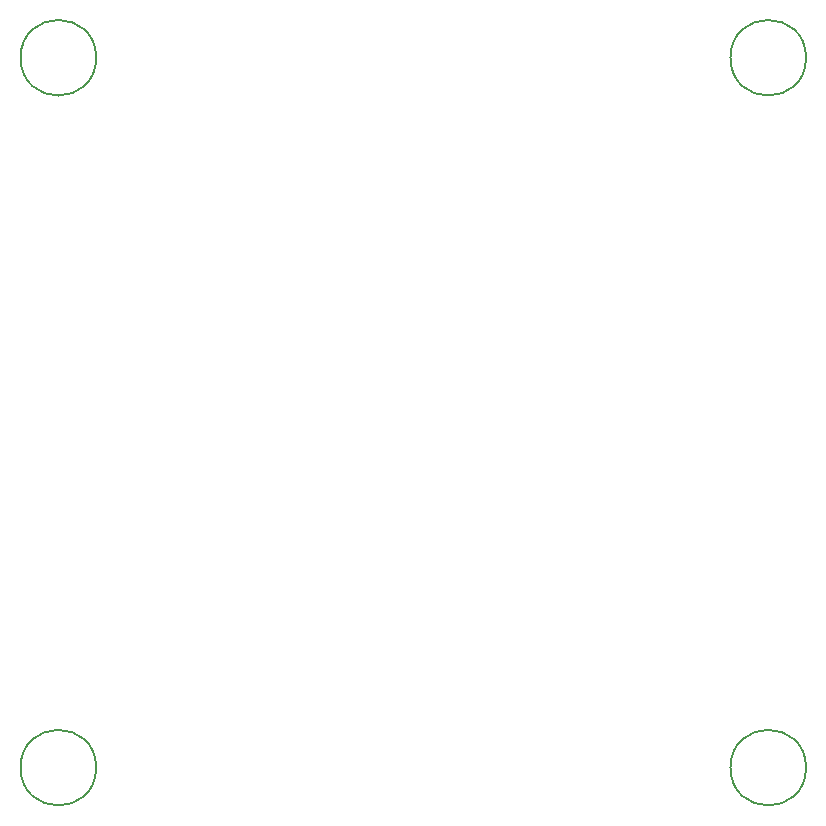
<source format=gbr>
%TF.GenerationSoftware,KiCad,Pcbnew,8.0.1*%
%TF.CreationDate,2024-08-08T22:21:18+09:00*%
%TF.ProjectId,NeoPixel-20240808,4e656f50-6978-4656-9c2d-323032343038,rev?*%
%TF.SameCoordinates,Original*%
%TF.FileFunction,Other,Comment*%
%FSLAX46Y46*%
G04 Gerber Fmt 4.6, Leading zero omitted, Abs format (unit mm)*
G04 Created by KiCad (PCBNEW 8.0.1) date 2024-08-08 22:21:18*
%MOMM*%
%LPD*%
G01*
G04 APERTURE LIST*
%ADD10C,0.150000*%
G04 APERTURE END LIST*
D10*
%TO.C,REF\u002A\u002A*%
X33252038Y-30052038D02*
G75*
G02*
X26852038Y-30052038I-3200000J0D01*
G01*
X26852038Y-30052038D02*
G75*
G02*
X33252038Y-30052038I3200000J0D01*
G01*
X-26852039Y-30052038D02*
G75*
G02*
X-33252039Y-30052038I-3200000J0D01*
G01*
X-33252039Y-30052038D02*
G75*
G02*
X-26852039Y-30052038I3200000J0D01*
G01*
X-26852038Y30052038D02*
G75*
G02*
X-33252038Y30052038I-3200000J0D01*
G01*
X-33252038Y30052038D02*
G75*
G02*
X-26852038Y30052038I3200000J0D01*
G01*
X33252038Y30052038D02*
G75*
G02*
X26852038Y30052038I-3200000J0D01*
G01*
X26852038Y30052038D02*
G75*
G02*
X33252038Y30052038I3200000J0D01*
G01*
%TD*%
M02*

</source>
